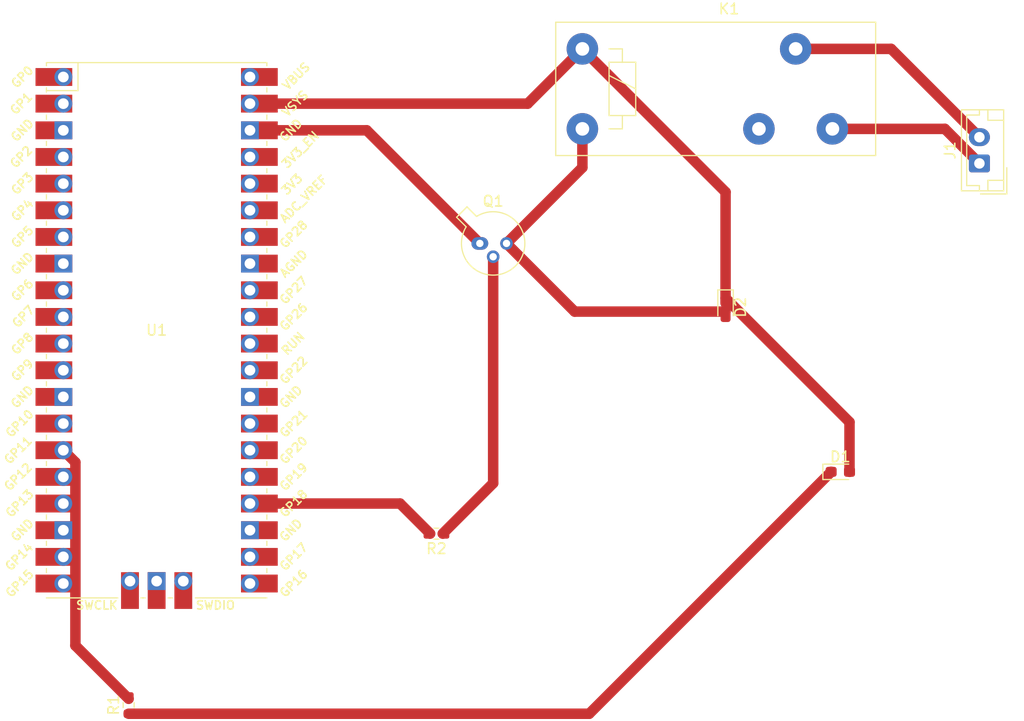
<source format=kicad_pcb>
(kicad_pcb (version 20240108) (generator "pcbnew") (generator_version "8.0")
  (layers (0 "F.Cu" signal) (31 "B.Cu" signal) (34 "B.Paste" user) (35 "F.Paste" user) (36 "B.SilkS" user "B.Silkscreen") (37 "F.SilkS" user "F.Silkscreen") (38 "B.Mask" user) (39 "F.Mask" user) (44 "Edge.Cuts" user))
  (net 0 "")
  (net 1 "Net-(D1-K)")
  (net 2 "VCC")
  (net 3 "Net-(D2-A)")
  (net 4 "Net-(J1-Pin_2)")
  (net 5 "Net-(J1-Pin_1)")
  (net 7 "Net-(Q1-B)")
  (net 8 "GND")
  (net 9 "saída-led")
  (net 10 "sinal")
  (footprint "Package_TO_SOT_THT:TO-18-3" (layer "F.Cu") (at 79.280324 39.884924)
    (property "Reference" "Q1" (at 1.27 -4.02 0) (layer "F.SilkS"))
    (property "Value" "BC107")
    (fp_line (start -2.214448 -2.494499) (end -1.302281 -1.582331) (stroke (width 0.12)) (layer "F.SilkS"))
    (fp_line (start -1.224499 -3.484448) (end -2.214448 -2.494499) (stroke (width 0.12)) (layer "F.SilkS"))
    (fp_line (start -0.312331 -2.572281) (end -1.224499 -3.484448) (stroke (width 0.12)) (layer "F.SilkS"))
    (fp_arc (start -0.312331 -2.572281) (mid 3.405374 2.135551) (end -1.30215 -1.582544) (stroke (width 0.12)) (layer "F.SilkS"))
    (pad "1" thru_hole oval (at 0 0) (size 1.6 1.2) (drill 0.7) (layers "*.Cu" "*.Mask") (net 8 "GND"))
    (pad "2" thru_hole oval (at 1.27 1.27) (size 1.2 1.2) (drill 0.7) (layers "*.Cu" "*.Mask") (net 7 "Net-(Q1-B)"))
    (pad "3" thru_hole oval (at 2.54 0) (size 1.2 1.2) (drill 0.7) (layers "*.Cu" "*.Mask") (net 3 "Net-(D2-A)"))
  )
  (footprint "LED_SMD:LED_0603_1608Metric_Pad1.05x0.95mm_HandSolder" (layer "F.Cu") (at 102.6922 45.9733 -90)
    (property "Reference" "D2" (at 0 -1.43 -90) (layer "F.SilkS"))
    (property "Value" "LED")
    (fp_line (start -1.66 0.735) (end 0.8 0.735) (stroke (width 0.12)) (layer "F.SilkS"))
    (fp_line (start -1.66 -0.735) (end -1.66 0.735) (stroke (width 0.12)) (layer "F.SilkS"))
    (fp_line (start 0.8 -0.735) (end -1.66 -0.735) (stroke (width 0.12)) (layer "F.SilkS"))
    (pad "1" smd roundrect (at -0.875 0 270) (size 1.05 0.95) (layers "F.Cu" "F.Paste" "F.Mask") (net 2 "VCC"))
    (pad "2" smd roundrect (at 0.875 0 270) (size 1.05 0.95) (layers "F.Cu" "F.Paste" "F.Mask") (net 3 "Net-(D2-A)"))
  )
  (footprint "Resistor_SMD:R_0603_1608Metric" (layer "F.Cu") (at 75.1465 67.5386 180)
    (property "Reference" "R2" (at 0 -1.43 180) (layer "F.SilkS"))
    (property "Value" "R")
    (fp_line (start -0.237258 0.5225) (end 0.237258 0.5225) (stroke (width 0.12)) (layer "F.SilkS"))
    (fp_line (start -0.237258 -0.5225) (end 0.237258 -0.5225) (stroke (width 0.12)) (layer "F.SilkS"))
    (pad "1" smd roundrect (at -0.825 0 180) (size 0.8 0.95) (layers "F.Cu" "F.Paste" "F.Mask") (net 7 "Net-(Q1-B)"))
    (pad "2" smd roundrect (at 0.825 0 180) (size 0.8 0.95) (layers "F.Cu" "F.Paste" "F.Mask") (net 10 "sinal"))
  )
  (footprint "Relay_THT:Relay_SPDT_Schrack-RP-II-1-FormC_RM3.5mm" (layer "F.Cu") (at 89.0524 21.3514)
    (property "Reference" "K1" (at 13.97 -3.81 0) (layer "F.SilkS"))
    (property "Value" "Relay_SPDT")
    (fp_line (start -2.54 -2.54) (end 27.94 -2.54) (stroke (width 0.12)) (layer "F.SilkS"))
    (fp_line (start -2.54 10.16) (end -2.54 -2.54) (stroke (width 0.12)) (layer "F.SilkS"))
    (fp_line (start 2.54 0) (end 3.81 0) (stroke (width 0.12)) (layer "F.SilkS"))
    (fp_line (start 2.54 1.27) (end 3.81 1.27) (stroke (width 0.12)) (layer "F.SilkS"))
    (fp_line (start 2.54 2.54) (end 5.08 3.81) (stroke (width 0.12)) (layer "F.SilkS"))
    (fp_line (start 2.54 6.35) (end 2.54 1.27) (stroke (width 0.12)) (layer "F.SilkS"))
    (fp_line (start 3.81 0) (end 3.81 1.27) (stroke (width 0.12)) (layer "F.SilkS"))
    (fp_line (start 3.81 1.27) (end 5.08 1.27) (stroke (width 0.12)) (layer "F.SilkS"))
    (fp_line (start 3.81 6.35) (end 3.81 7.62) (stroke (width 0.12)) (layer "F.SilkS"))
    (fp_line (start 3.81 7.62) (end 2.54 7.62) (stroke (width 0.12)) (layer "F.SilkS"))
    (fp_line (start 5.08 1.27) (end 5.08 6.35) (stroke (width 0.12)) (layer "F.SilkS"))
    (fp_line (start 5.08 6.35) (end 2.54 6.35) (stroke (width 0.12)) (layer "F.SilkS"))
    (fp_line (start 27.94 -2.54) (end 27.94 10.16) (stroke (width 0.12)) (layer "F.SilkS"))
    (fp_line (start 27.94 10.16) (end -2.54 10.16) (stroke (width 0.12)) (layer "F.SilkS"))
    (pad "11" thru_hole circle (at 20.32 0) (size 3 3) (drill 1.3) (layers "*.Cu" "*.Mask") (net 4 "Net-(J1-Pin_2)"))
    (pad "12" thru_hole circle (at 16.82 7.62) (size 3 3) (drill 1.3) (layers "*.Cu" "*.Mask"))
    (pad "14" thru_hole circle (at 23.82 7.62) (size 3 3) (drill 1.3) (layers "*.Cu" "*.Mask") (net 5 "Net-(J1-Pin_1)"))
    (pad "A1" thru_hole circle (at 0 0) (size 3 3) (drill 1.3) (layers "*.Cu" "*.Mask") (net 2 "VCC"))
    (pad "A2" thru_hole circle (at 0 7.62) (size 3 3) (drill 1.3) (layers "*.Cu" "*.Mask") (net 3 "Net-(D2-A)"))
  )
  (footprint "Resistor_SMD:R_0603_1608Metric" (layer "F.Cu") (at 45.8216 83.8708 90)
    (property "Reference" "R1" (at 0 -1.43 90) (layer "F.SilkS"))
    (property "Value" "R")
    (fp_line (start -0.237258 -0.5225) (end 0.237258 -0.5225) (stroke (width 0.12)) (layer "F.SilkS"))
    (fp_line (start -0.237258 0.5225) (end 0.237258 0.5225) (stroke (width 0.12)) (layer "F.SilkS"))
    (pad "1" smd roundrect (at -0.825 0 90) (size 0.8 0.95) (layers "F.Cu" "F.Paste" "F.Mask") (net 1 "Net-(D1-K)"))
    (pad "2" smd roundrect (at 0.825 0 90) (size 0.8 0.95) (layers "F.Cu" "F.Paste" "F.Mask") (net 9 "saída-led"))
  )
  (footprint "MCU_RaspberryPi_and_Boards:RPi_Pico_SMD_TH" (layer "F.Cu") (at 48.4886 48.1584)
    (property "Reference" "U1" (at 0 0 0) (layer "F.SilkS"))
    (property "Value" "Pico")
    (fp_line (start -10.5 -25.5) (end -10.5 -25.2) (stroke (width 0.12)) (layer "F.SilkS"))
    (fp_line (start -10.5 -25.5) (end 10.5 -25.5) (stroke (width 0.12)) (layer "F.SilkS"))
    (fp_line (start -10.5 -23.1) (end -10.5 -22.7) (stroke (width 0.12)) (layer "F.SilkS"))
    (fp_line (start -10.5 -22.833) (end -7.493 -22.833) (stroke (width 0.12)) (layer "F.SilkS"))
    (fp_line (start -10.5 -20.5) (end -10.5 -20.1) (stroke (width 0.12)) (layer "F.SilkS"))
    (fp_line (start -10.5 -18) (end -10.5 -17.6) (stroke (width 0.12)) (layer "F.SilkS"))
    (fp_line (start -10.5 -15.4) (end -10.5 -15) (stroke (width 0.12)) (layer "F.SilkS"))
    (fp_line (start -10.5 -12.9) (end -10.5 -12.5) (stroke (width 0.12)) (layer "F.SilkS"))
    (fp_line (start -10.5 -10.4) (end -10.5 -10) (stroke (width 0.12)) (layer "F.SilkS"))
    (fp_line (start -10.5 -7.8) (end -10.5 -7.4) (stroke (width 0.12)) (layer "F.SilkS"))
    (fp_line (start -10.5 -5.3) (end -10.5 -4.9) (stroke (width 0.12)) (layer "F.SilkS"))
    (fp_line (start -10.5 -2.7) (end -10.5 -2.3) (stroke (width 0.12)) (layer "F.SilkS"))
    (fp_line (start -10.5 -0.2) (end -10.5 0.2) (stroke (width 0.12)) (layer "F.SilkS"))
    (fp_line (start -10.5 2.3) (end -10.5 2.7) (stroke (width 0.12)) (layer "F.SilkS"))
    (fp_line (start -10.5 4.9) (end -10.5 5.3) (stroke (width 0.12)) (layer "F.SilkS"))
    (fp_line (start -10.5 7.4) (end -10.5 7.8) (stroke (width 0.12)) (layer "F.SilkS"))
    (fp_line (start -10.5 10) (end -10.5 10.4) (stroke (width 0.12)) (layer "F.SilkS"))
    (fp_line (start -10.5 12.5) (end -10.5 12.9) (stroke (width 0.12)) (layer "F.SilkS"))
    (fp_line (start -10.5 15.1) (end -10.5 15.5) (stroke (width 0.12)) (layer "F.SilkS"))
    (fp_line (start -10.5 17.6) (end -10.5 18) (stroke (width 0.12)) (layer "F.SilkS"))
    (fp_line (start -10.5 20.1) (end -10.5 20.5) (stroke (width 0.12)) (layer "F.SilkS"))
    (fp_line (start -10.5 22.7) (end -10.5 23.1) (stroke (width 0.12)) (layer "F.SilkS"))
    (fp_line (start -7.493 -22.833) (end -7.493 -25.5) (stroke (width 0.12)) (layer "F.SilkS"))
    (fp_line (start -3.7 25.5) (end -10.5 25.5) (stroke (width 0.12)) (layer "F.SilkS"))
    (fp_line (start -1.5 25.5) (end -1.1 25.5) (stroke (width 0.12)) (layer "F.SilkS"))
    (fp_line (start 1.1 25.5) (end 1.5 25.5) (stroke (width 0.12)) (layer "F.SilkS"))
    (fp_line (start 10.5 -25.5) (end 10.5 -25.2) (stroke (width 0.12)) (layer "F.SilkS"))
    (fp_line (start 10.5 -23.1) (end 10.5 -22.7) (stroke (width 0.12)) (layer "F.SilkS"))
    (fp_line (start 10.5 -20.5) (end 10.5 -20.1) (stroke (width 0.12)) (layer "F.SilkS"))
    (fp_line (start 10.5 -18) (end 10.5 -17.6) (stroke (width 0.12)) (layer "F.SilkS"))
    (fp_line (start 10.5 -15.4) (end 10.5 -15) (stroke (width 0.12)) (layer "F.SilkS"))
    (fp_line (start 10.5 -12.9) (end 10.5 -12.5) (stroke (width 0.12)) (layer "F.SilkS"))
    (fp_line (start 10.5 -10.4) (end 10.5 -10) (stroke (width 0.12)) (layer "F.SilkS"))
    (fp_line (start 10.5 -7.8) (end 10.5 -7.4) (stroke (width 0.12)) (layer "F.SilkS"))
    (fp_line (start 10.5 -5.3) (end 10.5 -4.9) (stroke (width 0.12)) (layer "F.SilkS"))
    (fp_line (start 10.5 -2.7) (end 10.5 -2.3) (stroke (width 0.12)) (layer "F.SilkS"))
    (fp_line (start 10.5 -0.2) (end 10.5 0.2) (stroke (width 0.12)) (layer "F.SilkS"))
    (fp_line (start 10.5 2.3) (end 10.5 2.7) (stroke (width 0.12)) (layer "F.SilkS"))
    (fp_line (start 10.5 4.9) (end 10.5 5.3) (stroke (width 0.12)) (layer "F.SilkS"))
    (fp_line (start 10.5 7.4) (end 10.5 7.8) (stroke (width 0.12)) (layer "F.SilkS"))
    (fp_line (start 10.5 10) (end 10.5 10.4) (stroke (width 0.12)) (layer "F.SilkS"))
    (fp_line (start 10.5 12.5) (end 10.5 12.9) (stroke (width 0.12)) (layer "F.SilkS"))
    (fp_line (start 10.5 15.1) (end 10.5 15.5) (stroke (width 0.12)) (layer "F.SilkS"))
    (fp_line (start 10.5 17.6) (end 10.5 18) (stroke (width 0.12)) (layer "F.SilkS"))
    (fp_line (start 10.5 20.1) (end 10.5 20.5) (stroke (width 0.12)) (layer "F.SilkS"))
    (fp_line (start 10.5 22.7) (end 10.5 23.1) (stroke (width 0.12)) (layer "F.SilkS"))
    (fp_line (start 10.5 25.5) (end 3.7 25.5) (stroke (width 0.12)) (layer "F.SilkS"))
    (fp_text user "AGND" (at 13.054 -6.35 45) (layer "F.SilkS") (effects (font (size 0.8 0.8))))
    (fp_text user "GP20" (at 13.054 11.43 45) (layer "F.SilkS") (effects (font (size 0.8 0.8))))
    (fp_text user "3V3_EN" (at 13.7 -17.2 45) (layer "F.SilkS") (effects (font (size 0.8 0.8))))
    (fp_text user "GP10" (at -13.054 8.89 45) (layer "F.SilkS") (effects (font (size 0.8 0.8))))
    (fp_text user "GP5" (at -12.8 -8.89 45) (layer "F.SilkS") (effects (font (size 0.8 0.8))))
    (fp_text user "GP3" (at -12.8 -13.97 45) (layer "F.SilkS") (effects (font (size 0.8 0.8))))
    (fp_text user "GP0" (at -12.8 -24.13 45) (layer "F.SilkS") (effects (font (size 0.8 0.8))))
    (fp_text user "ADC_VREF" (at 14 -12.5 45) (layer "F.SilkS") (effects (font (size 0.8 0.8))))
    (fp_text user "GP9" (at -12.8 3.81 45) (layer "F.SilkS") (effects (font (size 0.8 0.8))))
    (fp_text user "GP16" (at 13.054 24.13 45) (layer "F.SilkS") (effects (font (size 0.8 0.8))))
    (fp_text user "SWCLK" (at -5.7 26.2 0) (layer "F.SilkS") (effects (font (size 0.8 0.8))))
    (fp_text user "GP1" (at -12.9 -21.6 45) (layer "F.SilkS") (effects (font (size 0.8 0.8))))
    (fp_text user "GP17" (at 13.054 21.59 45) (layer "F.SilkS") (effects (font (size 0.8 0.8))))
    (fp_text user "VBUS" (at 13.3 -24.2 45) (layer "F.SilkS") (effects (font (size 0.8 0.8))))
    (fp_text user "GP11" (at -13.2 11.43 45) (layer "F.SilkS") (effects (font (size 0.8 0.8))))
    (fp_text user "GP12" (at -13.2 13.97 45) (layer "F.SilkS") (effects (font (size 0.8 0.8))))
    (fp_text user "GND" (at -12.8 19.05 45) (layer "F.SilkS") (effects (font (size 0.8 0.8))))
    (fp_text user "GP6" (at -12.8 -3.81 45) (layer "F.SilkS") (effects (font (size 0.8 0.8))))
    (fp_text user "GP7" (at -12.7 -1.3 45) (layer "F.SilkS") (effects (font (size 0.8 0.8))))
    (fp_text user "GP26" (at 13.054 -1.27 45) (layer "F.SilkS") (effects (font (size 0.8 0.8))))
    (fp_text user "VSYS" (at 13.2 -21.59 45) (layer "F.SilkS") (effects (font (size 0.8 0.8))))
    (fp_text user "SWDIO" (at 5.6 26.2 0) (layer "F.SilkS") (effects (font (size 0.8 0.8))))
    (fp_text user "GND" (at 12.8 6.35 45) (layer "F.SilkS") (effects (font (size 0.8 0.8))))
    (fp_text user "GND" (at -12.8 6.35 45) (layer "F.SilkS") (effects (font (size 0.8 0.8))))
    (fp_text user "GND" (at -12.8 -19.05 45) (layer "F.SilkS") (effects (font (size 0.8 0.8))))
    (fp_text user "3V3" (at 12.9 -13.9 45) (layer "F.SilkS") (effects (font (size 0.8 0.8))))
    (fp_text user "GP15" (at -13.054 24.13 45) (layer "F.SilkS") (effects (font (size 0.8 0.8))))
    (fp_text user "GND" (at 12.8 -19.05 45) (layer "F.SilkS") (effects (font (size 0.8 0.8))))
    (fp_text user "GP19" (at 13.054 13.97 45) (layer "F.SilkS") (effects (font (size 0.8 0.8))))
    (fp_text user "GP13" (at -13.054 16.51 45) (layer "F.SilkS") (effects (font (size 0.8 0.8))))
    (fp_text user "GP27" (at 13.054 -3.8 45) (layer "F.SilkS") (effects (font (size 0.8 0.8))))
    (fp_text user "GP22" (at 13.054 3.81 45) (layer "F.SilkS") (effects (font (size 0.8 0.8))))
    (fp_text user "GP18" (at 13.054 16.51 45) (layer "F.SilkS") (effects (font (size 0.8 0.8))))
    (fp_text user "GP21" (at 13.054 8.9 45) (layer "F.SilkS") (effects (font (size 0.8 0.8))))
    (fp_text user "GND" (at 12.8 19.05 45) (layer "F.SilkS") (effects (font (size 0.8 0.8))))
    (fp_text user "RUN" (at 13 1.27 45) (layer "F.SilkS") (effects (font (size 0.8 0.8))))
    (fp_text user "GP2" (at -12.9 -16.51 45) (layer "F.SilkS") (effects (font (size 0.8 0.8))))
    (fp_text user "GP28" (at 13.054 -9.144 45) (layer "F.SilkS") (effects (font (size 0.8 0.8))))
    (fp_text user "GND" (at -12.8 -6.35 45) (layer "F.SilkS") (effects (font (size 0.8 0.8))))
    (fp_text user "GP4" (at -12.8 -11.43 45) (layer "F.SilkS") (effects (font (size 0.8 0.8))))
    (fp_text user "GP8" (at -12.8 1.27 45) (layer "F.SilkS") (effects (font (size 0.8 0.8))))
    (fp_text user "GP14" (at -13.1 21.59 45) (layer "F.SilkS") (effects (font (size 0.8 0.8))))
    (pad "" np_thru_hole oval (at -2.725 -24) (size 1.8 1.8) (drill 1.8) (layers "*.Cu" "*.Mask"))
    (pad "" np_thru_hole oval (at -2.425 -20.97) (size 1.5 1.5) (drill 1.5) (layers "*.Cu" "*.Mask"))
    (pad "" np_thru_hole oval (at 2.425 -20.97) (size 1.5 1.5) (drill 1.5) (layers "*.Cu" "*.Mask"))
    (pad "" np_thru_hole oval (at 2.725 -24) (size 1.8 1.8) (drill 1.8) (layers "*.Cu" "*.Mask"))
    (pad "1" thru_hole oval (at -8.89 -24.13) (size 1.7 1.7) (drill 1.02) (layers "*.Cu" "*.Mask"))
    (pad "1" smd rect (at -8.89 -24.13) (size 3.5 1.7) (drill (offset -0.9 0)) (layers "F.Cu" "F.Mask"))
    (pad "2" thru_hole oval (at -8.89 -21.59) (size 1.7 1.7) (drill 1.02) (layers "*.Cu" "*.Mask"))
    (pad "2" smd rect (at -8.89 -21.59) (size 3.5 1.7) (drill (offset -0.9 0)) (layers "F.Cu" "F.Mask"))
    (pad "3" thru_hole rect (at -8.89 -19.05) (size 1.7 1.7) (drill 1.02) (layers "*.Cu" "*.Mask"))
    (pad "3" smd rect (at -8.89 -19.05) (size 3.5 1.7) (drill (offset -0.9 0)) (layers "F.Cu" "F.Mask"))
    (pad "4" thru_hole oval (at -8.89 -16.51) (size 1.7 1.7) (drill 1.02) (layers "*.Cu" "*.Mask"))
    (pad "4" smd rect (at -8.89 -16.51) (size 3.5 1.7) (drill (offset -0.9 0)) (layers "F.Cu" "F.Mask"))
    (pad "5" thru_hole oval (at -8.89 -13.97) (size 1.7 1.7) (drill 1.02) (layers "*.Cu" "*.Mask"))
    (pad "5" smd rect (at -8.89 -13.97) (size 3.5 1.7) (drill (offset -0.9 0)) (layers "F.Cu" "F.Mask"))
    (pad "6" thru_hole oval (at -8.89 -11.43) (size 1.7 1.7) (drill 1.02) (layers "*.Cu" "*.Mask"))
    (pad "6" smd rect (at -8.89 -11.43) (size 3.5 1.7) (drill (offset -0.9 0)) (layers "F.Cu" "F.Mask"))
    (pad "7" thru_hole oval (at -8.89 -8.89) (size 1.7 1.7) (drill 1.02) (layers "*.Cu" "*.Mask"))
    (pad "7" smd rect (at -8.89 -8.89) (size 3.5 1.7) (drill (offset -0.9 0)) (layers "F.Cu" "F.Mask"))
    (pad "8" thru_hole rect (at -8.89 -6.35) (size 1.7 1.7) (drill 1.02) (layers "*.Cu" "*.Mask"))
    (pad "8" smd rect (at -8.89 -6.35) (size 3.5 1.7) (drill (offset -0.9 0)) (layers "F.Cu" "F.Mask"))
    (pad "9" thru_hole oval (at -8.89 -3.81) (size 1.7 1.7) (drill 1.02) (layers "*.Cu" "*.Mask"))
    (pad "9" smd rect (at -8.89 -3.81) (size 3.5 1.7) (drill (offset -0.9 0)) (layers "F.Cu" "F.Mask"))
    (pad "10" thru_hole oval (at -8.89 -1.27) (size 1.7 1.7) (drill 1.02) (layers "*.Cu" "*.Mask"))
    (pad "10" smd rect (at -8.89 -1.27) (size 3.5 1.7) (drill (offset -0.9 0)) (layers "F.Cu" "F.Mask"))
    (pad "11" thru_hole oval (at -8.89 1.27) (size 1.7 1.7) (drill 1.02) (layers "*.Cu" "*.Mask"))
    (pad "11" smd rect (at -8.89 1.27) (size 3.5 1.7) (drill (offset -0.9 0)) (layers "F.Cu" "F.Mask"))
    (pad "12" thru_hole oval (at -8.89 3.81) (size 1.7 1.7) (drill 1.02) (layers "*.Cu" "*.Mask"))
    (pad "12" smd rect (at -8.89 3.81) (size 3.5 1.7) (drill (offset -0.9 0)) (layers "F.Cu" "F.Mask"))
    (pad "13" thru_hole rect (at -8.89 6.35) (size 1.7 1.7) (drill 1.02) (layers "*.Cu" "*.Mask"))
    (pad "13" smd rect (at -8.89 6.35) (size 3.5 1.7) (drill (offset -0.9 0)) (layers "F.Cu" "F.Mask"))
    (pad "14" thru_hole oval (at -8.89 8.89) (size 1.7 1.7) (drill 1.02) (layers "*.Cu" "*.Mask"))
    (pad "14" smd rect (at -8.89 8.89) (size 3.5 1.7) (drill (offset -0.9 0)) (layers "F.Cu" "F.Mask"))
    (pad "15" thru_hole oval (at -8.89 11.43) (size 1.7 1.7) (drill 1.02) (layers "*.Cu" "*.Mask") (net 9 "saída-led"))
    (pad "15" smd rect (at -8.89 11.43) (size 3.5 1.7) (drill (offset -0.9 0)) (layers "F.Cu" "F.Mask") (net 9 "saída-led"))
    (pad "16" thru_hole oval (at -8.89 13.97) (size 1.7 1.7) (drill 1.02) (layers "*.Cu" "*.Mask"))
    (pad "16" smd rect (at -8.89 13.97) (size 3.5 1.7) (drill (offset -0.9 0)) (layers "F.Cu" "F.Mask"))
    (pad "17" thru_hole oval (at -8.89 16.51) (size 1.7 1.7) (drill 1.02) (layers "*.Cu" "*.Mask"))
    (pad "17" smd rect (at -8.89 16.51) (size 3.5 1.7) (drill (offset -0.9 0)) (layers "F.Cu" "F.Mask"))
    (pad "18" thru_hole rect (at -8.89 19.05) (size 1.7 1.7) (drill 1.02) (layers "*.Cu" "*.Mask"))
    (pad "18" smd rect (at -8.89 19.05) (size 3.5 1.7) (drill (offset -0.9 0)) (layers "F.Cu" "F.Mask"))
    (pad "19" thru_hole oval (at -8.89 21.59) (size 1.7 1.7) (drill 1.02) (layers "*.Cu" "*.Mask"))
    (pad "19" smd rect (at -8.89 21.59) (size 3.5 1.7) (drill (offset -0.9 0)) (layers "F.Cu" "F.Mask"))
    (pad "20" thru_hole oval (at -8.89 24.13) (size 1.7 1.7) (drill 1.02) (layers "*.Cu" "*.Mask"))
    (pad "20" smd rect (at -8.89 24.13) (size 3.5 1.7) (drill (offset -0.9 0)) (layers "F.Cu" "F.Mask"))
    (pad "21" thru_hole oval (at 8.89 24.13) (size 1.7 1.7) (drill 1.02) (layers "*.Cu" "*.Mask"))
    (pad "21" smd rect (at 8.89 24.13) (size 3.5 1.7) (drill (offset 0.9 0)) (layers "F.Cu" "F.Mask"))
    (pad "22" thru_hole oval (at 8.89 21.59) (size 1.7 1.7) (drill 1.02) (layers "*.Cu" "*.Mask"))
    (pad "22" smd rect (at 8.89 21.59) (size 3.5 1.7) (drill (offset 0.9 0)) (layers "F.Cu" "F.Mask"))
    (pad "23" thru_hole rect (at 8.89 19.05) (size 1.7 1.7) (drill 1.02) (layers "*.Cu" "*.Mask"))
    (pad "23" smd rect (at 8.89 19.05) (size 3.5 1.7) (drill (offset 0.9 0)) (layers "F.Cu" "F.Mask"))
    (pad "24" thru_hole oval (at 8.89 16.51) (size 1.7 1.7) (drill 1.02) (layers "*.Cu" "*.Mask") (net 10 "sinal"))
    (pad "24" smd rect (at 8.89 16.51) (size 3.5 1.7) (drill (offset 0.9 0)) (layers "F.Cu" "F.Mask") (net 10 "sinal"))
    (pad "25" thru_hole oval (at 8.89 13.97) (size 1.7 1.7) (drill 1.02) (layers "*.Cu" "*.Mask"))
    (pad "25" smd rect (at 8.89 13.97) (size 3.5 1.7) (drill (offset 0.9 0)) (layers "F.Cu" "F.Mask"))
    (pad "26" thru_hole oval (at 8.89 11.43) (size 1.7 1.7) (drill 1.02) (layers "*.Cu" "*.Mask"))
    (pad "26" smd rect (at 8.89 11.43) (size 3.5 1.7) (drill (offset 0.9 0)) (layers "F.Cu" "F.Mask"))
    (pad "27" thru_hole oval (at 8.89 8.89) (size 1.7 1.7) (drill 1.02) (layers "*.Cu" "*.Mask"))
    (pad "27" smd rect (at 8.89 8.89) (size 3.5 1.7) (drill (offset 0.9 0)) (layers "F.Cu" "F.Mask"))
    (pad "28" thru_hole rect (at 8.89 6.35) (size 1.7 1.7) (drill 1.02) (layers "*.Cu" "*.Mask"))
    (pad "28" smd rect (at 8.89 6.35) (size 3.5 1.7) (drill (offset 0.9 0)) (layers "F.Cu" "F.Mask"))
    (pad "29" thru_hole oval (at 8.89 3.81) (size 1.7 1.7) (drill 1.02) (layers "*.Cu" "*.Mask"))
    (pad "29" smd rect (at 8.89 3.81) (size 3.5 1.7) (drill (offset 0.9 0)) (layers "F.Cu" "F.Mask"))
    (pad "30" thru_hole oval (at 8.89 1.27) (size 1.7 1.7) (drill 1.02) (layers "*.Cu" "*.Mask"))
    (pad "30" smd rect (at 8.89 1.27) (size 3.5 1.7) (drill (offset 0.9 0)) (layers "F.Cu" "F.Mask"))
    (pad "31" thru_hole oval (at 8.89 -1.27) (size 1.7 1.7) (drill 1.02) (layers "*.Cu" "*.Mask"))
    (pad "31" smd rect (at 8.89 -1.27) (size 3.5 1.7) (drill (offset 0.9 0)) (layers "F.Cu" "F.Mask"))
    (pad "32" thru_hole oval (at 8.89 -3.81) (size 1.7 1.7) (drill 1.02) (layers "*.Cu" "*.Mask"))
    (pad "32" smd rect (at 8.89 -3.81) (size 3.5 1.7) (drill (offset 0.9 0)) (layers "F.Cu" "F.Mask"))
    (pad "33" thru_hole rect (at 8.89 -6.35) (size 1.7 1.7) (drill 1.02) (layers "*.Cu" "*.Mask"))
    (pad "33" smd rect (at 8.89 -6.35) (size 3.5 1.7) (drill (offset 0.9 0)) (layers "F.Cu" "F.Mask"))
    (pad "34" thru_hole oval (at 8.89 -8.89) (size 1.7 1.7) (drill 1.02) (layers "*.Cu" "*.Mask"))
    (pad "34" smd rect (at 8.89 -8.89) (size 3.5 1.7) (drill (offset 0.9 0)) (layers "F.Cu" "F.Mask"))
    (pad "35" thru_hole oval (at 8.89 -11.43) (size 1.7 1.7) (drill 1.02) (layers "*.Cu" "*.Mask"))
    (pad "35" smd rect (at 8.89 -11.43) (size 3.5 1.7) (drill (offset 0.9 0)) (layers "F.Cu" "F.Mask"))
    (pad "36" thru_hole oval (at 8.89 -13.97) (size 1.7 1.7) (drill 1.02) (layers "*.Cu" "*.Mask"))
    (pad "36" smd rect (at 8.89 -13.97) (size 3.5 1.7) (drill (offset 0.9 0)) (layers "F.Cu" "F.Mask"))
    (pad "37" thru_hole oval (at 8.89 -16.51) (size 1.7 1.7) (drill 1.02) (layers "*.Cu" "*.Mask"))
    (pad "37" smd rect (at 8.89 -16.51) (size 3.5 1.7) (drill (offset 0.9 0)) (layers "F.Cu" "F.Mask"))
    (pad "38" thru_hole rect (at 8.89 -19.05) (size 1.7 1.7) (drill 1.02) (layers "*.Cu" "*.Mask") (net 8 "GND"))
    (pad "38" smd rect (at 8.89 -19.05) (size 3.5 1.7) (drill (offset 0.9 0)) (layers "F.Cu" "F.Mask") (net 8 "GND"))
    (pad "39" thru_hole oval (at 8.89 -21.59) (size 1.7 1.7) (drill 1.02) (layers "*.Cu" "*.Mask") (net 2 "VCC"))
    (pad "39" smd rect (at 8.89 -21.59) (size 3.5 1.7) (drill (offset 0.9 0)) (layers "F.Cu" "F.Mask") (net 2 "VCC"))
    (pad "40" thru_hole oval (at 8.89 -24.13) (size 1.7 1.7) (drill 1.02) (layers "*.Cu" "*.Mask"))
    (pad "40" smd rect (at 8.89 -24.13) (size 3.5 1.7) (drill (offset 0.9 0)) (layers "F.Cu" "F.Mask"))
    (pad "41" thru_hole oval (at -2.54 23.9) (size 1.7 1.7) (drill 1.02) (layers "*.Cu" "*.Mask"))
    (pad "41" smd rect (at -2.54 23.9 90) (size 3.5 1.7) (drill (offset -0.9 0)) (layers "F.Cu" "F.Mask"))
    (pad "42" thru_hole rect (at 0 23.9) (size 1.7 1.7) (drill 1.02) (layers "*.Cu" "*.Mask"))
    (pad "42" smd rect (at 0 23.9 90) (size 3.5 1.7) (drill (offset -0.9 0)) (layers "F.Cu" "F.Mask"))
    (pad "43" thru_hole oval (at 2.54 23.9) (size 1.7 1.7) (drill 1.02) (layers "*.Cu" "*.Mask"))
    (pad "43" smd rect (at 2.54 23.9 90) (size 3.5 1.7) (drill (offset -0.9 0)) (layers "F.Cu" "F.Mask"))
  )
  (footprint "Connector_JST:JST_EH_B2B-EH-A_1x02_P2.50mm_Vertical" (layer "F.Cu") (at 126.8778 32.2634 90)
    (property "Reference" "J1" (at 1.25 -2.8 270) (layer "F.SilkS"))
    (property "Value" "Conn_01x02_Socket")
    (fp_line (start 5.11 -1.71) (end -2.61 -1.71) (stroke (width 0.12)) (layer "F.SilkS"))
    (fp_line (start -2.61 -1.71) (end -2.61 2.31) (stroke (width 0.12)) (layer "F.SilkS"))
    (fp_line (start 4.61 -1.21) (end 4.61 0) (stroke (width 0.12)) (layer "F.SilkS"))
    (fp_line (start -2.11 -1.21) (end 4.61 -1.21) (stroke (width 0.12)) (layer "F.SilkS"))
    (fp_line (start 4.61 0) (end 5.11 0) (stroke (width 0.12)) (layer "F.SilkS"))
    (fp_line (start -2.11 0) (end -2.11 -1.21) (stroke (width 0.12)) (layer "F.SilkS"))
    (fp_line (start -2.61 0) (end -2.11 0) (stroke (width 0.12)) (layer "F.SilkS"))
    (fp_line (start -2.91 0.11) (end -2.91 2.61) (stroke (width 0.12)) (layer "F.SilkS"))
    (fp_line (start 5.11 0.81) (end 4.11 0.81) (stroke (width 0.12)) (layer "F.SilkS"))
    (fp_line (start 4.11 0.81) (end 4.11 2.31) (stroke (width 0.12)) (layer "F.SilkS"))
    (fp_line (start -1.61 0.81) (end -1.61 2.31) (stroke (width 0.12)) (layer "F.SilkS"))
    (fp_line (start -2.61 0.81) (end -1.61 0.81) (stroke (width 0.12)) (layer "F.SilkS"))
    (fp_line (start 5.11 2.31) (end 5.11 -1.71) (stroke (width 0.12)) (layer "F.SilkS"))
    (fp_line (start -2.61 2.31) (end 5.11 2.31) (stroke (width 0.12)) (layer "F.SilkS"))
    (fp_line (start -2.91 2.61) (end -0.41 2.61) (stroke (width 0.12)) (layer "F.SilkS"))
    (pad "1" thru_hole roundrect (at 0 0 90) (size 1.7 2) (drill 1) (layers "*.Cu" "*.Mask") (roundrect_rratio 0.147059) (net 5 "Net-(J1-Pin_1)"))
    (pad "2" thru_hole oval (at 2.5 0 90) (size 1.7 2) (drill 1) (layers "*.Cu" "*.Mask") (net 4 "Net-(J1-Pin_2)"))
  )
  (footprint "LED_SMD:LED_0603_1608Metric_Pad1.05x0.95mm_HandSolder" (layer "F.Cu") (at 113.6256 61.6458)
    (property "Reference" "D1" (at 0 -1.43 0) (layer "F.SilkS"))
    (property "Value" "LED")
    (fp_line (start -1.66 -0.735) (end -1.66 0.735) (stroke (width 0.12)) (layer "F.SilkS"))
    (fp_line (start -1.66 0.735) (end 0.8 0.735) (stroke (width 0.12)) (layer "F.SilkS"))
    (fp_line (start 0.8 -0.735) (end -1.66 -0.735) (stroke (width 0.12)) (layer "F.SilkS"))
    (pad "1" smd roundrect (at -0.875 0) (size 1.05 0.95) (layers "F.Cu" "F.Paste" "F.Mask") (net 1 "Net-(D1-K)"))
    (pad "2" smd roundrect (at 0.875 0) (size 1.05 0.95) (layers "F.Cu" "F.Paste" "F.Mask") (net 2 "VCC"))
  )
  (segment (start 101.6635 72.7329) (end 89.7006 84.6958) (width 1) (layer "F.Cu") (net 1))
  (segment (start 112.7506 61.6458) (end 101.6635 72.7329) (width 1) (layer "F.Cu") (net 1))
  (segment (start 89.7006 84.6958) (end 45.8216 84.6958) (width 1) (layer "F.Cu") (net 1))
  (segment (start 114.5006 56.9067) (end 114.5006 61.6458) (width 1) (layer "F.Cu") (net 2))
  (segment (start 103.1922 45.865801) (end 102.892199 45.5658) (width 0.2) (layer "F.Cu") (net 2))
  (segment (start 102.892199 45.5658) (end 102.6922 45.5658) (width 0.2) (layer "F.Cu") (net 2))
  (segment (start 89.0524 21.3514) (end 83.8354 26.5684) (width 1) (layer "F.Cu") (net 2))
  (segment (start 102.6922 45.0983) (end 114.5006 56.9067) (width 1) (layer "F.Cu") (net 2))
  (segment (start 83.8354 26.5684) (end 57.3786 26.5684) (width 1) (layer "F.Cu") (net 2))
  (segment (start 102.6922 34.9912) (end 89.0524 21.3514) (width 1) (layer "F.Cu") (net 2))
  (segment (start 102.6922 45.5658) (end 102.6922 34.9912) (width 1) (layer "F.Cu") (net 2))
  (segment (start 89.0524 28.9714) (end 89.0524 32.652848) (width 1) (layer "F.Cu") (net 3))
  (segment (start 88.3162 46.3808) (end 81.820324 39.884924) (width 1) (layer "F.Cu") (net 3))
  (segment (start 89.0524 32.652848) (end 81.820324 39.884924) (width 1) (layer "F.Cu") (net 3))
  (segment (start 102.6922 46.3808) (end 88.3162 46.3808) (width 1) (layer "F.Cu") (net 3))
  (segment (start 109.3724 21.3514) (end 118.4658 21.3514) (width 1) (layer "F.Cu") (net 4))
  (segment (start 118.4658 21.3514) (end 126.8778 29.7634) (width 1) (layer "F.Cu") (net 4))
  (segment (start 123.5858 28.9714) (end 126.8778 32.2634) (width 1) (layer "F.Cu") (net 5))
  (segment (start 112.8724 28.9714) (end 123.5858 28.9714) (width 1) (layer "F.Cu") (net 5))
  (segment (start 80.550324 41.154924) (end 80.550324 62.732276) (width 1) (layer "F.Cu") (net 7))
  (segment (start 80.550324 62.732276) (end 75.744 67.5386) (width 1) (layer "F.Cu") (net 7))
  (segment (start 79.280324 39.884924) (end 68.5038 29.1084) (width 1) (layer "F.Cu") (net 8))
  (segment (start 68.5038 29.1084) (end 57.3786 29.1084) (width 1) (layer "F.Cu") (net 8))
  (segment (start 39.5986 59.5884) (end 40.7486 60.7384) (width 1) (layer "F.Cu") (net 9))
  (segment (start 40.7486 60.7384) (end 40.7486 78.2003) (width 1) (layer "F.Cu") (net 9))
  (segment (start 40.7486 78.2003) (end 45.8216 83.2733) (width 1) (layer "F.Cu") (net 9))
  (segment (start 74.549 67.5386) (end 71.6788 64.6684) (width 1) (layer "F.Cu") (net 10))
  (segment (start 71.6788 64.6684) (end 57.3786 64.6684) (width 1) (layer "F.Cu") (net 10))
)
</source>
